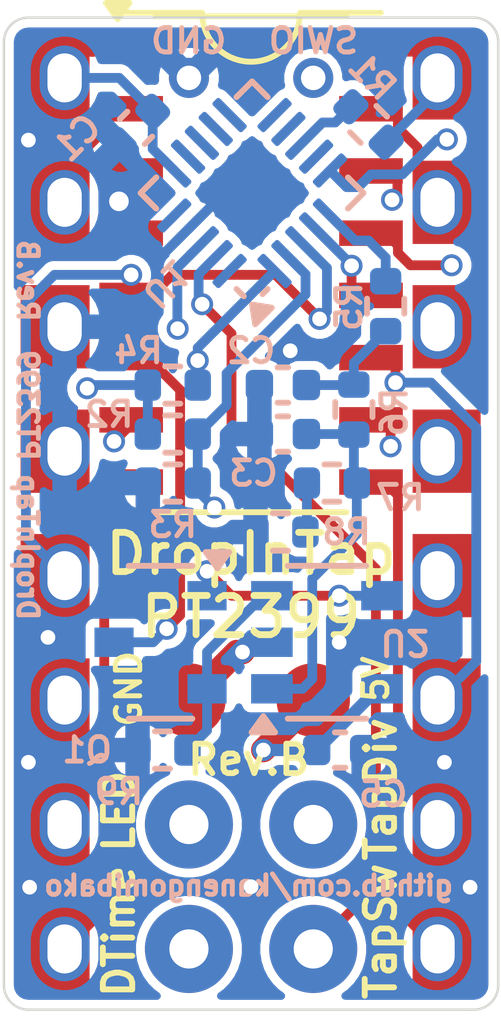
<source format=kicad_pcb>
(kicad_pcb (version 20241229) (generator "pcbnew") (generator_version "9.0")
  (layers (0 "F.Cu" signal) (4 "In1.Cu" signal) (6 "In2.Cu" signal) (2 "B.Cu" signal) (13 "F.Paste" user) (15 "B.Paste" user) (5 "F.SilkS" user "F.Silkscreen") (7 "B.SilkS" user "B.Silkscreen") (1 "F.Mask" user) (3 "B.Mask" user) (25 "Edge.Cuts" user))
  (net 0 "")
  (net 1 "GND")
  (net 2 "+5V")
  (net 3 "Net-(U2-+)")
  (net 4 "Net-(J5-Pin_1)")
  (net 5 "Net-(Q1-B)")
  (net 6 "Net-(Q1-E)")
  (net 7 "Net-(U1-PC6)")
  (net 11 "Net-(U1-PD1)")
  (net 13 "PT2399_12")
  (net 14 "Net-(J7-Pin_11)")
  (net 15 "Net-(J7-Pin_10)")
  (net 16 "Net-(J7-Pin_13)")
  (net 17 "Net-(J7-Pin_15)")
  (net 18 "PT2399_5")
  (net 19 "Net-(J7-Pin_7)")
  (net 20 "Net-(J7-Pin_9)")
  (net 21 "PT2399_16")
  (net 22 "Net-(J7-Pin_2)")
  (net 23 "PT2399_6")
  (net 24 "Net-(J7-Pin_8)")
  (net 26 "Net-(C2-Pad1)")
  (net 27 "Net-(R7-Pad2)")
  (net 28 "Net-(J1-Pin_1)")
  (net 29 "Net-(J2-Pin_1)")
  (net 30 "Net-(J6-Pin_1)")
  (net 33 "Net-(U1-PD2)")
  (net 38 "Net-(J7-Pin_14)")
  (footprint "myFoot:my_WirePad_0-8mmDrill" (layer "F.Cu") (at -1.27 5.08)
    (property "Reference" "J4" (hide yes))
    (property "Value" "GND" (at -1.23 -0.23 90) (layer "F.SilkS") (effects (font (size 0.5 0.5) (thickness 0.1))))
    (pad "1" smd circle (at 0 0) (size 1.5 1.5) (layers "F.Cu" "F.Mask" "F.Paste") (net 1 "GND"))
  )
  (footprint "myFoot:my_WirePad_0-8mmDrill" (layer "F.Cu") (at 1.27 10.16)
    (property "Reference" "J2" (hide yes))
    (property "Value" "TapSw" (at 1.38 -0.36 270) (layer "F.SilkS") (effects (font (size 0.6 0.6) (thickness 0.12) (bold yes))))
    (pad "1" thru_hole circle (at 0 0) (size 1.8 1.8) (drill 0.8) (layers "*.Cu" "*.Mask") (net 29 "Net-(J2-Pin_1)") (padstack (mode front_inner_back) (layer "Inner" (shape circle) (size 1.2 1.2)) (layer "B.Cu" (shape circle) (size 1.8 1.8))))
  )
  (footprint "myFoot:my_WirePad_0-8mmDrill" (layer "F.Cu") (at -1.27 10.16)
    (property "Reference" "J6" (hide yes))
    (property "Value" "DTime" (at -1.43 -0.36 270) (layer "F.SilkS") (effects (font (size 0.6 0.6) (thickness 0.12) (bold yes))))
    (pad "1" thru_hole circle (at 0 0) (size 1.8 1.8) (drill 0.8) (layers "*.Cu" "*.Mask") (net 30 "Net-(J6-Pin_1)") (padstack (mode front_inner_back) (layer "Inner" (shape circle) (size 1.2 1.2)) (layer "B.Cu" (shape circle) (size 1.8 1.8))))
  )
  (footprint "myFoot:my_WirePad_0-8mmDrill" (layer "F.Cu") (at 1.27 7.62)
    (property "Reference" "J5" (hide yes))
    (property "Value" "TapDiv" (at 1.38 -0.72 270) (layer "F.SilkS") (effects (font (size 0.6 0.6) (thickness 0.12) (bold yes))))
    (pad "1" thru_hole circle (at 0 0) (size 1.8 1.8) (drill 0.8) (layers "*.Cu" "*.Mask") (net 4 "Net-(J5-Pin_1)") (padstack (mode front_inner_back) (layer "Inner" (shape circle) (size 1.2 1.2)) (layer "B.Cu" (shape circle) (size 1.8 1.8))))
  )
  (footprint "myFoot:my_WirePad_0-8mmDrill" (layer "F.Cu") (at -1.27 7.62)
    (property "Reference" "J1" (hide yes))
    (property "Value" "LED" (at -1.43 -0.27 270) (layer "F.SilkS") (effects (font (size 0.6 0.6) (thickness 0.12) (bold yes))))
    (pad "1" thru_hole circle (at 0 0) (size 1.8 1.8) (drill 0.8) (layers "*.Cu" "*.Mask") (net 28 "Net-(J1-Pin_1)") (padstack (mode front_inner_back) (layer "Inner" (shape circle) (size 1.2 1.2)) (layer "B.Cu" (shape circle) (size 1.8 1.8))))
  )
  (footprint "myFoot:my_DIP-16_ex" (layer "F.Cu") (at -3.81 -7.62)
    (property "Reference" "J7" (hide yes))
    (property "Value" "PT2399_CONN" (hide yes))
    (fp_line (start 2.81 -1.33) (end 1.16 -1.33) (stroke (width 0.12)) (layer "F.SilkS"))
    (fp_line (start 6.46 -1.33) (end 4.81 -1.33) (stroke (width 0.12)) (layer "F.SilkS"))
    (fp_arc (start 4.81 -1.33) (mid 3.81 -0.33) (end 2.81 -1.33) (stroke (width 0.12)) (layer "F.SilkS"))
    (pad "1" smd rect (at -0.7 0) (size 0.4 1.7) (layers "F.Cu" "F.Mask" "F.Paste") (net 2 "+5V"))
    (pad "1" thru_hole rect (at 0 0) (size 1.02 1.7) (drill oval 0.7 1) (layers "*.Cu" "*.Mask") (net 2 "+5V") (padstack (mode front_inner_back) (layer "Inner" (shape oval) (size 1.02 1.32)) (layer "B.Cu" (shape oval) (size 1.02 1.32))))
    (pad "2" smd rect (at -0.7 2.54) (size 0.4 1.7) (layers "F.Cu" "F.Mask" "F.Paste") (net 22 "Net-(J7-Pin_2)"))
    (pad "2" thru_hole rect (at 0 2.54) (size 1.02 1.7) (drill oval 0.7 1) (layers "*.Cu" "*.Mask") (net 22 "Net-(J7-Pin_2)") (padstack (mode front_inner_back) (layer "Inner" (shape oval) (size 1.02 1.32)) (layer "B.Cu" (shape oval) (size 1.02 1.32))))
    (pad "3" smd rect (at -0.7 5.08) (size 0.4 1.7) (layers "F.Cu" "F.Mask" "F.Paste") (net 1 "GND"))
    (pad "3" thru_hole rect (at 0 5.08) (size 1.02 1.7) (drill oval 0.7 1) (layers "*.Cu" "*.Mask") (net 1 "GND") (padstack (mode front_inner_back) (layer "Inner" (shape oval) (size 1.02 1.32)) (layer "B.Cu" (shape oval) (size 1.02 1.32))))
    (pad "4" smd rect (at -0.7 7.62) (size 0.4 1.7) (layers "F.Cu" "F.Mask" "F.Paste") (net 1 "GND"))
    (pad "4" thru_hole rect (at 0 7.62) (size 1.02 1.7) (drill oval 0.7 1) (layers "*.Cu" "*.Mask") (net 1 "GND") (padstack (mode front_inner_back) (layer "Inner" (shape oval) (size 1.02 1.32)) (layer "B.Cu" (shape oval) (size 1.02 1.32))))
    (pad "5" smd rect (at -0.7 10.16) (size 0.4 1.7) (layers "F.Cu" "F.Mask" "F.Paste") (net 18 "PT2399_5"))
    (pad "5" thru_hole rect (at 0 10.16) (size 1.02 1.7) (drill oval 0.7 1) (layers "*.Cu" "*.Mask") (net 18 "PT2399_5") (padstack (mode front_inner_back) (layer "Inner" (shape oval) (size 1.02 1.32)) (layer "B.Cu" (shape oval) (size 1.02 1.32))))
    (pad "6" smd rect (at -0.7 12.7) (size 0.4 1.7) (layers "F.Cu" "F.Mask" "F.Paste"))
    (pad "6" thru_hole rect (at 0 12.7) (size 1.02 1.7) (drill oval 0.7 1) (layers "*.Cu" "*.Mask") (padstack (mode front_inner_back) (layer "Inner" (shape oval) (size 1.02 1.32)) (layer "B.Cu" (shape oval) (size 1.02 1.32))))
    (pad "7" smd rect (at -0.7 15.24) (size 0.4 1.7) (layers "F.Cu" "F.Mask" "F.Paste") (net 19 "Net-(J7-Pin_7)"))
    (pad "7" thru_hole rect (at 0 15.24) (size 1.02 1.7) (drill oval 0.7 1) (layers "*.Cu" "*.Mask") (net 19 "Net-(J7-Pin_7)") (padstack (mode front_inner_back) (layer "Inner" (shape oval) (size 1.02 1.32)) (layer "B.Cu" (shape oval) (size 1.02 1.32))))
    (pad "8" smd rect (at -0.7 17.78) (size 0.4 1.7) (layers "F.Cu" "F.Mask" "F.Paste") (net 24 "Net-(J7-Pin_8)"))
    (pad "8" thru_hole rect (at 0 17.78) (size 1.02 1.7) (drill oval 0.7 1) (layers "*.Cu" "*.Mask") (net 24 "Net-(J7-Pin_8)") (padstack (mode front_inner_back) (layer "Inner" (shape oval) (size 1.02 1.32)) (layer "B.Cu" (shape oval) (size 1.02 1.32))))
    (pad "9" thru_hole rect (at 7.62 17.78) (size 1.02 1.7) (drill oval 0.7 1) (layers "*.Cu" "*.Mask") (net 20 "Net-(J7-Pin_9)") (padstack (mode front_inner_back) (layer "Inner" (shape oval) (size 1.02 1.32)) (layer "B.Cu" (shape oval) (size 1.02 1.32))))
    (pad "9" smd rect (at 8.3 17.78) (size 0.4 1.7) (layers "F.Cu" "F.Mask" "F.Paste") (net 20 "Net-(J7-Pin_9)"))
    (pad "10" thru_hole rect (at 7.62 15.24) (size 1.02 1.7) (drill oval 0.7 1) (layers "*.Cu" "*.Mask") (net 15 "Net-(J7-Pin_10)") (padstack (mode front_inner_back) (layer "Inner" (shape oval) (size 1.02 1.32)) (layer "B.Cu" (shape oval) (size 1.02 1.32))))
    (pad "10" smd rect (at 8.3 15.24) (size 0.4 1.7) (layers "F.Cu" "F.Mask" "F.Paste") (net 15 "Net-(J7-Pin_10)"))
    (pad "11" thru_hole rect (at 7.62 12.7) (size 1.02 1.7) (drill oval 0.7 1) (layers "*.Cu" "*.Mask") (net 14 "Net-(J7-Pin_11)") (padstack (mode front_inner_back) (layer "Inner" (shape oval) (size 1.02 1.32)) (layer "B.Cu" (shape oval) (size 1.02 1.32))))
    (pad "11" smd rect (at 8.3 12.7) (size 0.4 1.7) (layers "F.Cu" "F.Mask" "F.Paste") (net 14 "Net-(J7-Pin_11)"))
    (pad "12" thru_hole rect (at 7.62 10.16) (size 1.02 1.7) (drill oval 0.7 1) (layers "*.Cu" "*.Mask") (net 13 "PT2399_12") (padstack (mode front_inner_back) (layer "Inner" (shape oval) (size 1.02 1.32)) (layer "B.Cu" (shape oval) (size 1.02 1.32))))
    (pad "12" smd rect (at 8.3 10.16) (size 0.4 1.7) (layers "F.Cu" "F.Mask" "F.Paste") (net 13 "PT2399_12"))
    (pad "13" thru_hole rect (at 7.62 7.62) (size 1.02 1.7) (drill oval 0.7 1) (layers "*.Cu" "*.Mask") (net 16 "Net-(J7-Pin_13)") (padstack (mode front_inner_back) (layer "Inner" (shape oval) (size 1.02 1.32)) (layer "B.Cu" (shape oval) (size 1.02 1.32))))
    (pad "13" smd rect (at 8.3 7.62) (size 0.4 1.7) (layers "F.Cu" "F.Mask" "F.Paste") (net 16 "Net-(J7-Pin_13)"))
    (pad "14" thru_hole rect (at 7.62 5.08) (size 1.02 1.7) (drill oval 0.7 1) (layers "*.Cu" "*.Mask") (net 38 "Net-(J7-Pin_14)") (padstack (mode front_inner_back) (layer "Inner" (shape oval) (size 1.02 1.32)) (layer "B.Cu" (shape oval) (size 1.02 1.32))))
    (pad "14" smd rect (at 8.3 5.08) (size 0.4 1.7) (layers "F.Cu" "F.Mask" "F.Paste") (net 38 "Net-(J7-Pin_14)"))
    (pad "15" thru_hole rect (at 7.62 2.54) (size 1.02 1.7) (drill oval 0.7 1) (layers "*.Cu" "*.Mask") (net 17 "Net-(J7-Pin_15)") (padstack (mode front_inner_back) (layer "Inner" (shape oval) (size 1.02 1.32)) (layer "B.Cu" (shape oval) (size 1.02 1.32))))
    (pad "15" smd rect (at 8.3 2.54) (size 0.4 1.7) (layers "F.Cu" "F.Mask" "F.Paste") (net 17 "Net-(J7-Pin_15)"))
    (pad "16" thru_hole rect (at 7.62 0) (size 1.02 1.7) (drill oval 0.7 1) (layers "*.Cu" "*.Mask") (net 21 "PT2399_16") (padstack (mode front_inner_back) (layer "Inner" (shape oval) (size 1.02 1.32)) (layer "B.Cu" (shape oval) (size 1.02 1.32))))
    (pad "16" smd rect (at 8.3 0) (size 0.4 1.7) (layers "F.Cu" "F.Mask" "F.Paste") (net 21 "PT2399_16"))
  )
  (footprint "myFoot:my_SOP-16_SmallPad" (layer "F.Cu") (at 0.05 -3.815)
    (property "Reference" "U3" (hide yes))
    (property "Value" "PT2399" (hide yes))
    (fp_line (start -0.05 -5.06) (end -2 -5.06) (stroke (width 0.12)) (layer "F.SilkS"))
    (fp_line (start -0.05 -5.06) (end 1.9 -5.06) (stroke (width 0.12)) (layer "F.SilkS"))
    (fp_line (start -0.05 5.06) (end -2 5.06) (stroke (width 0.12)) (layer "F.SilkS"))
    (fp_line (start -0.05 5.06) (end 1.9 5.06) (stroke (width 0.12)) (layer "F.SilkS"))
    (fp_poly (pts (xy -2.775 -5.005) (xy -3.015 -5.335) (xy -2.535 -5.335) (xy -2.775 -5.005)) (stroke (width 0.12)) (fill yes) (layer "F.SilkS"))
    (pad "1" smd rect (at -2.5 -4.445) (size 1.3 0.52) (layers "F.Cu" "F.Mask" "F.Paste") (net 2 "+5V"))
    (pad "2" smd rect (at -2.5 -3.175) (size 1.3 0.52) (layers "F.Cu" "F.Mask" "F.Paste") (net 22 "Net-(J7-Pin_2)"))
    (pad "3" smd rect (at -2.5 -1.905) (size 1.3 0.52) (layers "F.Cu" "F.Mask" "F.Paste") (net 1 "GND"))
    (pad "4" smd rect (at -2.5 -0.635) (size 1.3 0.52) (layers "F.Cu" "F.Mask" "F.Paste") (net 1 "GND"))
    (pad "5" smd rect (at -2.5 0.635) (size 1.3 0.52) (layers "F.Cu" "F.Mask" "F.Paste") (net 18 "PT2399_5"))
    (pad "6" smd rect (at -2.5 1.905) (size 1.3 0.52) (layers "F.Cu" "F.Mask" "F.Paste") (net 23 "PT2399_6"))
    (pad "7" smd rect (at -2.5 3.175) (size 1.3 0.52) (layers "F.Cu" "F.Mask" "F.Paste") (net 19 "Net-(J7-Pin_7)"))
    (pad "8" smd rect (at -2.5 4.445) (size 1.3 0.52) (layers "F.Cu" "F.Mask" "F.Paste") (net 24 "Net-(J7-Pin_8)"))
    (pad "9" smd rect (at 2.4 4.445) (size 1.3 0.52) (layers "F.Cu" "F.Mask" "F.Paste") (net 20 "Net-(J7-Pin_9)"))
    (pad "10" smd rect (at 2.4 3.175) (size 1.3 0.52) (layers "F.Cu" "F.Mask" "F.Paste") (net 15 "Net-(J7-Pin_10)"))
    (pad "11" smd rect (at 2.4 1.905) (size 1.3 0.52) (layers "F.Cu" "F.Mask" "F.Paste") (net 14 "Net-(J7-Pin_11)"))
    (pad "12" smd rect (at 2.4 0.635) (size 1.3 0.52) (layers "F.Cu" "F.Mask" "F.Paste") (net 13 "PT2399_12"))
    (pad "13" smd rect (at 2.4 -0.635) (size 1.3 0.52) (layers "F.Cu" "F.Mask" "F.Paste") (net 16 "Net-(J7-Pin_13)"))
    (pad "14" smd rect (at 2.4 -1.905) (size 1.3 0.52) (layers "F.Cu" "F.Mask" "F.Paste") (net 38 "Net-(J7-Pin_14)"))
    (pad "15" smd rect (at 2.4 -3.175) (size 1.3 0.52) (layers "F.Cu" "F.Mask" "F.Paste") (net 17 "Net-(J7-Pin_15)"))
    (pad "16" smd rect (at 2.4 -4.445) (size 1.3 0.52) (layers "F.Cu" "F.Mask" "F.Paste") (net 21 "PT2399_16"))
  )
  (footprint "myFoot:my_WirePad_0-8mmDrill" (layer "F.Cu") (at 1.27 5.08)
    (property "Reference" "J3" (hide yes))
    (property "Value" "5V" (at 1.28 -0.43 90) (layer "F.SilkS") (effects (font (size 0.5 0.5) (thickness 0.1))))
    (pad "1" smd circle (at 0 0) (size 1.5 1.5) (layers "F.Cu" "F.Mask" "F.Paste") (net 2 "+5V"))
  )
  (footprint "Resistor_SMD:R_0402_1005Metric" (layer "B.Cu") (at -1.6 0.65 180)
    (property "Reference" "R3" (at 0 -0.85 0) (layer "B.SilkS") (effects (font (size 0.5 0.5) (thickness 0.1)) (justify mirror)))
    (property "Value" "10k")
    (fp_line (start -0.153641 0.38) (end 0.153641 0.38) (stroke (width 0.12)) (layer "B.SilkS"))
    (fp_line (start -0.153641 -0.38) (end 0.153641 -0.38) (stroke (width 0.12)) (layer "B.SilkS"))
    (pad "1" smd roundrect (at -0.51 0 180) (size 0.54 0.64) (layers "B.Cu" "B.Mask" "B.Paste") (net 4 "Net-(J5-Pin_1)"))
    (pad "2" smd roundrect (at 0.51 0 180) (size 0.54 0.64) (layers "B.Cu" "B.Mask" "B.Paste") (net 1 "GND"))
  )
  (footprint "Resistor_SMD:R_0402_1005Metric" (layer "B.Cu") (at -1.6 -1.35 180)
    (property "Reference" "R4" (at 0.7 0.7 180) (layer "B.SilkS") (effects (font (size 0.5 0.5) (thickness 0.1)) (justify mirror)))
    (property "Value" "47k")
    (fp_line (start -0.153641 0.38) (end 0.153641 0.38) (stroke (width 0.12)) (layer "B.SilkS"))
    (fp_line (start -0.153641 -0.38) (end 0.153641 -0.38) (stroke (width 0.12)) (layer "B.SilkS"))
    (pad "1" smd roundrect (at -0.51 0 180) (size 0.54 0.64) (layers "B.Cu" "B.Mask" "B.Paste") (net 30 "Net-(J6-Pin_1)"))
    (pad "2" smd roundrect (at 0.51 0 180) (size 0.54 0.64) (layers "B.Cu" "B.Mask" "B.Paste") (net 2 "+5V"))
  )
  (footprint "Resistor_SMD:R_0402_1005Metric" (layer "B.Cu") (at 1.65 0.65 180)
    (property "Reference" "R7" (at -1.4 -0.3 0) (layer "B.SilkS") (effects (font (size 0.5 0.5) (thickness 0.1) (bold yes)) (justify mirror)))
    (property "Value" "33k")
    (fp_line (start -0.153641 0.38) (end 0.153641 0.38) (stroke (width 0.12)) (layer "B.SilkS"))
    (fp_line (start -0.153641 -0.38) (end 0.153641 -0.38) (stroke (width 0.12)) (layer "B.SilkS"))
    (pad "1" smd roundrect (at -0.51 0 180) (size 0.54 0.64) (layers "B.Cu" "B.Mask" "B.Paste") (net 3 "Net-(U2-+)"))
    (pad "2" smd roundrect (at 0.51 0 180) (size 0.54 0.64) (layers "B.Cu" "B.Mask" "B.Paste") (net 27 "Net-(R7-Pad2)"))
  )
  (footprint "Resistor_SMD:R_0402_1005Metric" (layer "B.Cu") (at 2.75 -2.96 -90)
    (property "Reference" "R5" (at 0.01 0.75 90) (layer "B.SilkS") (effects (font (size 0.5 0.5) (thickness 0.1)) (justify mirror)))
    (property "Value" "33k")
    (fp_line (start -0.153641 0.38) (end 0.153641 0.38) (stroke (width 0.12)) (layer "B.SilkS"))
    (fp_line (start -0.153641 -0.38) (end 0.153641 -0.38) (stroke (width 0.12)) (layer "B.SilkS"))
    (pad "1" smd roundrect (at -0.51 0 270) (size 0.54 0.64) (layers "B.Cu" "B.Mask" "B.Paste") (net 33 "Net-(U1-PD2)"))
    (pad "2" smd roundrect (at 0.51 0 270) (size 0.54 0.64) (layers "B.Cu" "B.Mask" "B.Paste") (net 26 "Net-(C2-Pad1)"))
  )
  (footprint "Capacitor_SMD:C_0402_1005Metric" (layer "B.Cu") (at -2.35 -6.6 -135)
    (property "Reference" "C1" (at 0.989949 0.707107 45) (layer "B.SilkS") (effects (font (size 0.5 0.5) (thickness 0.1)) (justify mirror)))
    (property "Value" "100n")
    (fp_line (start -0.107836 0.36) (end 0.107836 0.36) (stroke (width 0.12)) (layer "B.SilkS"))
    (fp_line (start -0.107836 -0.36) (end 0.107836 -0.36) (stroke (width 0.12)) (layer "B.SilkS"))
    (pad "1" smd roundrect (at -0.48 0 225) (size 0.56 0.62) (layers "B.Cu" "B.Mask" "B.Paste") (net 2 "+5V"))
    (pad "2" smd roundrect (at 0.48 0 225) (size 0.56 0.62) (layers "B.Cu" "B.Mask" "B.Paste") (net 1 "GND"))
  )
  (footprint "Resistor_SMD:R_0402_1005Metric" (layer "B.Cu") (at -1.6 -0.35)
    (property "Reference" "R2" (at -1.3 -0.4 0) (layer "B.SilkS") (effects (font (size 0.5 0.5) (thickness 0.1)) (justify mirror)))
    (property "Value" "10k")
    (fp_line (start -0.153641 -0.38) (end 0.153641 -0.38) (stroke (width 0.12)) (layer "B.SilkS"))
    (fp_line (start -0.153641 0.38) (end 0.153641 0.38) (stroke (width 0.12)) (layer "B.SilkS"))
    (pad "1" smd roundrect (at -0.51 0) (size 0.54 0.64) (layers "B.Cu" "B.Mask" "B.Paste") (net 2 "+5V"))
    (pad "2" smd roundrect (at 0.51 0) (size 0.54 0.64) (layers "B.Cu" "B.Mask" "B.Paste") (net 4 "Net-(J5-Pin_1)"))
  )
  (footprint "myFoot:SOT-23_rotate" (layer "B.Cu") (at -1.85 3.9 180)
    (property "Reference" "Q1" (at 1.5 -2.2 0) (layer "B.SilkS") (effects (font (size 0.5 0.5) (thickness 0.1)) (justify mirror)))
    (property "Value" "MMBT3904")
    (fp_line (start 0 1.56) (end 0.65 1.56) (stroke (width 0.12)) (layer "B.SilkS"))
    (fp_line (start 0 1.56) (end -0.65 1.56) (stroke (width 0.12)) (layer "B.SilkS"))
    (fp_line (start 0 -1.56) (end 0.65 -1.56) (stroke (width 0.12)) (layer "B.SilkS"))
    (fp_line (start 0 -1.56) (end -0.65 -1.56) (stroke (width 0.12)) (layer "B.SilkS"))
    (fp_poly (pts (xy -1.1625 1.51) (xy -1.4025 1.84) (xy -0.9225 1.84) (xy -1.1625 1.51)) (stroke (width 0.12)) (fill yes) (layer "B.SilkS"))
    (pad "1" smd rect (at -0.95 0.95 180) (size 0.8 0.6) (layers "B.Cu" "B.Mask" "B.Paste") (net 5 "Net-(Q1-B)"))
    (pad "2" smd rect (at -0.95 -0.95 180) (size 0.8 0.6) (layers "B.Cu" "B.Mask" "B.Paste") (net 6 "Net-(Q1-E)"))
    (pad "3" smd rect (at 0.95 0 180) (size 0.8 0.6) (layers "B.Cu" "B.Mask" "B.Paste") (net 23 "PT2399_6"))
  )
  (footprint "myFoot:my_WirePad_0-8mmDrill" (layer "B.Cu") (at -1.27 -7.62)
    (property "Reference" "J99" (hide yes))
    (property "Value" "GND" (at -0.005 -0.755 0) (layer "B.SilkS") (effects (font (size 0.5 0.5) (thickness 0.1)) (justify mirror)))
    (pad "1" thru_hole circle (at 0 0) (size 0.82 0.82) (drill 0.5) (layers "*.Cu" "*.Mask") (net 1 "GND"))
  )
  (footprint "Capacitor_SMD:C_0402_1005Metric" (layer "B.Cu") (at 1.82 6.1)
    (property "Reference" "C5" (at 0.88 0.9 0) (layer "B.SilkS") (effects (font (size 0.5 0.5) (thickness 0.1)) (justify mirror)))
    (property "Value" "100n")
    (fp_line (start -0.107836 -0.36) (end 0.107836 -0.36) (stroke (width 0.12)) (layer "B.SilkS"))
    (fp_line (start -0.107836 0.36) (end 0.107836 0.36) (stroke (width 0.12)) (layer "B.SilkS"))
    (pad "1" smd roundrect (at -0.48 0) (size 0.56 0.62) (layers "B.Cu" "B.Mask" "B.Paste") (net 2 "+5V"))
    (pad "2" smd roundrect (at 0.48 0) (size 0.56 0.62) (layers "B.Cu" "B.Mask" "B.Paste") (net 1 "GND"))
  )
  (footprint "Capacitor_SMD:C_0402_1005Metric" (layer "B.Cu") (at 0.65 -0.35 180)
    (property "Reference" "C3" (at 0.6 -0.8 180) (layer "B.SilkS") (effects (font (size 0.5 0.5) (thickness 0.1)) (justify mirror)))
    (property "Value" "100n")
    (fp_line (start -0.107836 0.36) (end 0.107836 0.36) (stroke (width 0.12)) (layer "B.SilkS"))
    (fp_line (start -0.107836 -0.36) (end 0.107836 -0.36) (stroke (width 0.12)) (layer "B.SilkS"))
    (pad "1" smd roundrect (at -0.48 0 180) (size 0.56 0.62) (layers "B.Cu" "B.Mask" "B.Paste") (net 3 "Net-(U2-+)"))
    (pad "2" smd roundrect (at 0.48 0 180) (size 0.56 0.62) (layers "B.Cu" "B.Mask" "B.Paste") (net 1 "GND"))
  )
  (footprint "Resistor_SMD:R_0402_1005Metric" (layer "B.Cu") (at 2.4 -6.67 135)
    (property "Reference" "R1" (at 0.636396 0.742462 135) (layer "B.SilkS") (effects (font (size 0.5 0.5) (thickness 0.1)) (justify mirror)))
    (property "Value" "10k")
    (fp_line (start -0.153641 -0.38) (end 0.153641 -0.38) (stroke (width 0.12)) (layer "B.SilkS"))
    (fp_line (start -0.153641 0.38) (end 0.153641 0.38) (stroke (width 0.12)) (layer "B.SilkS"))
    (pad "1" smd roundrect (at -0.509999 0 135) (size 0.54 0.64) (layers "B.Cu" "B.Mask" "B.Paste") (net 21 "PT2399_16"))
    (pad "2" smd roundrect (at 0.509999 0 135) (size 0.54 0.64) (layers "B.Cu" "B.Mask" "B.Paste") (net 7 "Net-(U1-PC6)"))
  )
  (footprint "Resistor_SMD:R_0402_1005Metric" (layer "B.Cu") (at 0.6 1.65 180)
    (property "Reference" "R8" (at -1.35 0 0) (layer "B.SilkS") (effects (font (size 0.5 0.5) (thickness 0.1)) (justify mirror)))
    (property "Value" "33k")
    (fp_line (start -0.153641 0.38) (end 0.153641 0.38) (stroke (width 0.12)) (layer "B.SilkS"))
    (fp_line (start -0.153641 -0.38) (end 0.153641 -0.38) (stroke (width 0.12)) (layer "B.SilkS"))
    (pad "1" smd roundrect (at -0.51 0 180) (size 0.54 0.64) (layers "B.Cu" "B.Mask" "B.Paste") (net 27 "Net-(R7-Pad2)"))
    (pad "2" smd roundrect (at 0.51 0 180) (size 0.54 0.64) (layers "B.Cu" "B.Mask" "B.Paste") (net 1 "GND"))
  )
  (footprint "Capacitor_SMD:C_0402_1005Metric" (layer "B.Cu") (at 0.65 -1.35 180)
    (property "Reference" "C2" (at 0.65 0.7 180) (layer "B.SilkS") (effects (font (size 0.5 0.5) (thickness 0.1)) (justify mirror)))
    (property "Value" "100n")
    (fp_line (start -0.107836 0.36) (end 0.107836 0.36) (stroke (width 0.12)) (layer "B.SilkS"))
    (fp_line (start -0.107836 -0.36) (end 0.107836 -0.36) (stroke (width 0.12)) (layer "B.SilkS"))
    (pad "1" smd roundrect (at -0.48 0 180) (size 0.56 0.62) (layers "B.Cu" "B.Mask" "B.Paste") (net 26 "Net-(C2-Pad1)"))
    (pad "2" smd roundrect (at 0.48 0 180) (size 0.56 0.62) (layers "B.Cu" "B.Mask" "B.Paste") (net 1 "GND"))
  )
  (footprint "Resistor_SMD:R_0402_1005Metric" (layer "B.Cu") (at 2.1 -0.85 -90)
    (property "Reference" "R6" (at 0.05 -0.825 90) (layer "B.SilkS") (effects (font (size 0.5 0.5) (thickness 0.1)) (justify mirror)))
    (property "Value" "33k")
    (fp_line (start -0.153641 0.38) (end 0.153641 0.38) (stroke (width 0.12)) (layer "B.SilkS"))
    (fp_line (start -0.153641 -0.38) (end 0.153641 -0.38) (stroke (width 0.12)) (layer "B.SilkS"))
    (pad "1" smd roundrect (at -0.51 0 270) (size 0.54 0.64) (layers "B.Cu" "B.Mask" "B.Paste") (net 26 "Net-(C2-Pad1)"))
    (pad "2" smd roundrect (at 0.51 0 270) (size 0.54 0.64) (layers "B.Cu" "B.Mask" "B.Paste") (net 3 "Net-(U2-+)"))
  )
  (footprint "myFoot:QFN-20-1EP_3x3mm_rotate" (layer "B.Cu") (at 0.020381 -5.270172 135)
    (property "Reference" "U1" (at -0.070563 -2.538904 225) (layer "B.SilkS") (effects (font (size 0.5 0.5) (thickness 0.1) (bold yes)) (justify mirror)))
    (property "Value" "CH32V003F4U6")
    (fp_line (start 1.61 -1.61) (end 1.16 -1.61) (stroke (width 0.12)) (layer "B.SilkS"))
    (fp_line (start 1.61 -1.16) (end 1.61 -1.61) (stroke (width 0.12)) (layer "B.SilkS"))
    (fp_line (start 1.61 1.16) (end 1.61 1.61) (stroke (width 0.12)) (layer "B.SilkS"))
    (fp_line (start -1.16 -1.61) (end -1.37 -1.61) (stroke (width 0.12)) (layer "B.SilkS"))
    (fp_line (start 1.61 1.61) (end 1.16 1.61) (stroke (width 0.12)) (layer "B.SilkS"))
    (fp_line (start -1.61 -1.16) (end -1.61 -1.31) (stroke (width 0.12)) (layer "B.SilkS"))
    (fp_line (start -1.61 1.16) (end -1.61 1.61) (stroke (width 0.12)) (layer "B.SilkS"))
    (fp_line (start -1.61 1.61) (end -1.16 1.61) (stroke (width 0.12)) (layer "B.SilkS"))
    (fp_poly (pts (xy -1.61 -1.61) (xy -1.94 -1.85) (xy -1.94 -1.37)) (stroke (width 0.12)) (fill yes) (layer "B.SilkS"))
    (pad "1" smd roundrect (at -0.8 -1.45 45) (size 0.85 0.2) (layers "B.Cu" "B.Mask" "B.Paste"))
    (pad "2" smd roundrect (at -0.4 -1.45 45) (size 0.85 0.2) (layers "B.Cu" "B.Mask" "B.Paste") (net 29 "Net-(J2-Pin_1)"))
    (pad "3" smd roundrect (at 0 -1.45 45) (size 0.85 0.2) (layers "B.Cu" "B.Mask" "B.Paste") (net 28 "Net-(J1-Pin_1)"))
    (pad "4" smd roundrect (at 0.4 -1.45 45) (size 0.85 0.2) (layers "B.Cu" "B.Mask" "B.Paste") (net 1 "GND"))
    (pad "5" smd roundrect (at 0.8 -1.45 45) (size 0.85 0.2) (layers "B.Cu" "B.Mask" "B.Paste"))
    (pad "6" smd roundrect (at 1.45 -0.8 45) (size 0.2 0.85) (layers "B.Cu" "B.Mask" "B.Paste") (net 2 "+5V"))
    (pad "7" smd roundrect (at 1.45 -0.4 45) (size 0.2 0.85) (layers "B.Cu" "B.Mask" "B.Paste"))
    (pad "8" smd roundrect (at 1.45 0 45) (size 0.2 0.85) (layers "B.Cu" "B.Mask" "B.Paste"))
    (pad "9" smd roundrect (at 1.45 0.4 45) (size 0.2 0.85) (layers "B.Cu" "B.Mask" "B.Paste"))
    (pad "10" smd roundrect (at 1.45 0.8 45) (size 0.2 0.85) (layers "B.Cu" "B.Mask" "B.Paste"))
    (pad "11" smd roundrect (at 0.8 1.45 45) (size 0.85 0.2) (layers "B.Cu" "B.Mask" "B.Paste"))
    (pad "12" smd roundrect (at 0.4 1.45 45) (size 0.85 0.2) (layers "B.Cu" "B.Mask" "B.Paste"))
    (pad "13" smd roundrect (at 0 1.45 45) (size 0.85 0.2) (layers "B.Cu" "B.Mask" "B.Paste") (net 7 "Net-(U1-PC6)"))
    (pad "14" smd roundrect (at -0.4 1.45 45) (size 0.85 0.2) (layers "B.Cu" "B.Mask" "B.Paste"))
    (pad "15" smd roundrect (at -0.8 1.45 45) (size 0.85 0.2) (layers "B.Cu" "B.Mask" "B.Paste") (net 11 "Net-(U1-PD1)"))
    (pad "16" smd roundrect (at -1.45 0.8 45) (size 0.2 0.85) (layers "B.Cu" "B.Mask" "B.Paste") (net 33 "Net-(U1-PD2)"))
    (pad "17" smd roundrect (at -1.45 0.4 45) (size 0.2 0.85) (layers "B.Cu" "B.Mask" "B.Paste") (net 13 "PT2399_12"))
    (pad "18" smd roundrect (at -1.45 0 45) (size 0.2 0.85) (layers "B.Cu" "B.Mask" "B.Paste") (net 18 "PT2399_5"))
    (pad "19" smd roundrect (at -1.45 -0.4 45) (size 0.2 0.85) (layers "B.Cu" "B.Mask" "B.Paste") (net 4 "Net-(J5-Pin_1)"))
    (pad "20" smd roundrect (at -1.45 -0.8 45) (size 0.2 0.85) (layers "B.Cu" "B.Mask" "B.Paste") (net 30 "Net-(J6-Pin_1)"))
    (pad "21" smd rect (at 0 0 45) (size 1.65 1.65) (property pad_prop_heatsink) (layers "B.Cu" "B.Mask") (net 1 "GND"))
  )
  (footprint "myFoot:my_SOT-23-5_rotate" (layer "B.Cu") (at 1.55 3.9 180)
    (property "Reference" "U2" (at -1.6 0 180) (layer "B.SilkS") (effects (font (size 0.5 0.5) (thickness 0.1)) (justify mirror)))
    (property "Value" "LMV321")
    (fp_line (start 0 1.56) (end 0.8 1.56) (stroke (width 0.12)) (layer "B.SilkS"))
    (fp_line (start 0 1.56) (end -0.8 1.56) (stroke (width 0.12)) (layer "B.SilkS"))
    (fp_line (start 0 -1.56) (end 0.8 -1.56) (stroke (width 0.12)) (layer "B.SilkS"))
    (fp_line (start 0 -1.56) (end -0.8 -1.56) (stroke (width 0.12)) (layer "B.SilkS"))
    (fp_poly (pts (xy 1.3 -1.51) (xy 1.54 -1.84) (xy 1.06 -1.84) (xy 1.3 -1.51)) (stroke (width 0.12)) (fill yes) (layer "B.SilkS"))
    (pad "1" smd rect (at 1.125 -0.95) (size 0.85 0.6) (layers "B.Cu" "B.Mask" "B.Paste") (net 3 "Net-(U2-+)"))
    (pad "2" smd rect (at 1.125 0) (size 0.85 0.6) (layers "B.Cu" "B.Mask" "B.Paste") (net 1 "GND"))
    (pad "3" smd rect (at 1.125 0.95) (size 0.85 0.6) (layers "B.Cu" "B.Mask" "B.Paste") (net 6 "Net-(Q1-E)"))
    (pad "4" smd rect (at -1.125 0.95) (size 0.85 0.6) (layers "B.Cu" "B.Mask" "B.Paste") (net 5 "Net-(Q1-B)"))
    (pad "5" smd rect (at -1.125 -0.95) (size 0.85 0.6) (layers "B.Cu" "B.Mask" "B.Paste") (net 2 "+5V"))
  )
  (footprint "Resistor_SMD:R_0402_1005Metric" (layer "B.Cu") (at -1.81 6.1)
    (property "Reference" "R9" (at -0.89 0.85 180) (layer "B.SilkS") (effects (font (size 0.5 0.5) (thickness 0.1)) (justify mirror)))
    (property "Value" "1.5k")
    (fp_line (start -0.153641 -0.38) (end 0.153641 -0.38) (stroke (width 0.12)) (layer "B.SilkS"))
    (fp_line (start -0.153641 0.38) (end 0.153641 0.38) (stroke (width 0.12)) (layer "B.SilkS"))
    (pad "1" smd roundrect (at -0.51 0) (size 0.54 0.64) (layers "B.Cu" "B.Mask" "B.Paste") (net 1 "GND"))
    (pad "2" smd roundrect (at 0.51 0) (size 0.54 0.64) (layers "B.Cu" "B.Mask" "B.Paste") (net 6 "Net-(Q1-E)"))
  )
  (footprint "myFoot:my_WirePad_1mmDrill" (layer "B.Cu") (at 1.27 -7.62)
    (property "Reference" "TP1" (hide yes))
    (property "Value" "SWIO" (at 0.005 -0.755 180) (layer "B.SilkS") (effects (font (size 0.5 0.5) (thickness 0.1)) (justify mirror)))
    (pad "1" thru_hole circle (at 0 0) (size 0.82 0.82) (drill 0.5) (layers "*.Cu" "*.Mask") (net 11 "Net-(U1-PD1)"))
  )
  (gr_line (start -4.55 -8.85) (end 4.55 -8.85) (stroke (width 0.05)) (layer "Edge.Cuts"))
  (gr_line (start 5.05 -8.35) (end 5.05 10.9) (stroke (width 0.05)) (layer "Edge.Cuts"))
  (gr_line (start 4.55 11.4) (end -4.55 11.4) (stroke (width 0.05)) (layer "Edge.Cuts"))
  (gr_line (start -5.05 10.9) (end -5.05 -8.35) (stroke (width 0.05)) (layer "Edge.Cuts"))
  (gr_arc (start -4.55 11.4) (mid -4.903553 11.253553) (end -5.05 10.9) (stroke (width 0.05)) (layer "Edge.Cuts"))
  (gr_arc (start 4.55 -8.85) (mid 4.903553 -8.703553) (end 5.05 -8.35) (stroke (width 0.05)) (layer "Edge.Cuts"))
  (gr_arc (start -5.05 -8.35) (mid -4.903553 -8.703553) (end -4.55 -8.85) (stroke (width 0.05)) (layer "Edge.Cuts"))
  (gr_arc (start 5.05 10.9) (mid 4.903553 11.253553) (end 4.55 11.4) (stroke (width 0.05)) (layer "Edge.Cuts"))
  (gr_text "Rev.B" (at -0.05 6.65 0) (layer "F.SilkS") (effects (font (size 0.6 0.6) (thickness 0.12) (bold yes)) (justify bottom)))
  (gr_text "DropInTap\nPT2399" (at 0 3.85 0) (layer "F.SilkS") (effects (font (size 0.8 0.8) (thickness 0.14) (bold yes)) (justify bottom)))
  (gr_text "github.com/kanengomibako" (at -0.05 9.1 0) (layer "B.SilkS") (effects (font (size 0.4 0.4) (thickness 0.1) (bold yes)) (justify bottom mirror)))
  (gr_text "DropInTap PT2399  Rev.B" (at -4.8 3.5 270) (layer "B.SilkS") (effects (font (size 0.4 0.4) (thickness 0.1) (bold yes)) (justify left bottom mirror)))
  (segment (start -2.7 -4.695) (end -2.45 -4.445) (width 0.5) (layer "F.Cu") (net 1))
  (segment (start -2.7 -5.1) (end -2.7 -4.695) (width 0.5) (layer "F.Cu") (net 1))
  (segment (start -0.29 4.1) (end -1.27 5.08) (width 0.5) (layer "F.Cu") (net 1))
  (segment (start -0.175 4.1) (end -0.29 4.1) (width 0.5) (layer "F.Cu") (net 1))
  (segment (start -2.7 -5.1) (end -2.7 -5.465) (width 0.5) (layer "F.Cu") (net 1))
  (segment (start -2.7 -5.465) (end -2.45 -5.715) (width 0.5) (layer "F.Cu") (net 1))
  (via (at -4.525 8.9) (size 0.45) (drill 0.3) (layers "F.Cu" "B.Cu") (net 1))
  (via (at -0.175 4.1) (size 0.45) (drill 0.3) (layers "F.Cu" "B.Cu") (net 1))
  (via (at -2.7 -5.1) (size 0.8) (drill 0.4) (layers "F.Cu" "B.Cu") (net 1))
  (via (at -4.55 -6.35) (size 0.45) (drill 0.3) (layers "F.Cu" "B.Cu") (net 1))
  (via (at 4.475 8.9) (size 0.45) (drill 0.3) (layers "F.Cu" "B.Cu") (net 1))
  (via (at 3.95 6.35) (size 0.45) (drill 0.3) (layers "F.Cu" "B.Cu") (net 1))
  (via (at -4.55 6.35) (size 0.45) (drill 0.3) (layers "F.Cu" "B.Cu") (net 1))
  (via (at 0 8.89) (size 0.45) (drill 0.3) (layers "F.Cu" "B.Cu") (net 1))
  (via (at -4.15 3.8) (size 0.45) (drill 0.3) (layers "F.Cu" "B.Cu") (net 1))
  (via (at 0.8 -2.05) (size 0.45) (drill 0.3) (layers "F.Cu" "B.Cu") (net 1))
  (via (at 1.8 3.9) (size 0.45) (drill 0.3) (layers "F.Cu" "B.Cu") (net 1))
  (segment (start 0.025 3.9) (end -0.175 4.1) (width 0.2) (layer "B.Cu") (net 1))
  (segment (start -0.545305 -5.270172) (end 0.020381 -5.270172) (width 0.2) (layer "B.Cu") (net 1))
  (segment (start 0.425 3.9) (end 0.025 3.9) (width 0.2) (layer "B.Cu") (net 1))
  (segment (start 4.475 8.9) (end 4.465 8.89) (width 0.2) (layer "B.Cu") (net 1))
  (segment (start -1.287767 -4.52771) (end -0.545305 -5.270172) (width 0.2) (layer "B.Cu") (net 1))
  (segment (start 4.465 8.89) (end 0 8.89) (width 0.2) (layer "B.Cu") (net 1))
  (segment (start -4.525 8.9) (end -4.515 8.89) (width 0.2) (layer "B.Cu") (net 1))
  (segment (start -4.515 8.89) (end 0 8.89) (width 0.2) (layer "B.Cu") (net 1))
  (segment (start -3.245 -8.255) (end -3.25 -8.25) (width 0.4) (layer "F.Cu") (net 2))
  (segment (start 0.25 6.1) (end 1.27 5.08) (width 0.5) (layer "F.Cu") (net 2))
  (segment (start -3.81 -7.62) (end -3.81 -8.04) (width 0.4) (layer "F.Cu") (net 2))
  (segment (start -2.45 -8.255) (end -3.245 -8.255) (width 0.4) (layer "F.Cu") (net 2))
  (segment (start -3.595 -8.255) (end -3.245 -8.255) (width 0.4) (layer "F.Cu") (net 2))
  (segment (start -3.81 -8.04) (end -3.595 -8.255) (width 0.4) (layer "F.Cu") (net 2))
  (via (at -3.35 -1.284998) (size 0.45) (drill 0.3) (layers "F.Cu" "B.Cu") (net 2))
  (via (at 0.25 6.1) (size 0.45) (drill 0.3) (layers "F.Cu" "B.Cu") (net 2))
  (segment (start -2.010589 -6.939411) (end -2.010589 -6.169771) (width 0.2) (layer "B.Cu") (net 2))
  (segment (start -2.691178 -7.62) (end -2.010589 -6.939411) (width 0.2) (layer "B.Cu") (net 2))
  (segment (start 0.25 6.1) (end 1.34 6.1) (width 0.25) (layer "B.Cu") (net 2))
  (segment (start -2.11 -0.35) (end -2.11 -1.35) (width 0.2) (layer "B.Cu") (net 2))
  (segment (start -3.81 -7.62) (end -2.691178 -7.62) (width 0.2) (layer "B.Cu") (net 2))
  (segment (start -2.11 -1.35) (end -3.284998 -1.35) (width 0.2) (layer "B.Cu") (net 2))
  (segment (start -2.010589 -6.169771) (end -1.570609 -5.729791) (width 0.2) (layer "B.Cu") (net 2))
  (segment (start -3.284998 -1.35) (end -3.35 -1.284998) (width 0.2) (layer "B.Cu") (net 2))
  (segment (start 2.675 4.85) (end 2.59 4.85) (width 0.25) (layer "B.Cu") (net 2))
  (segment (start 2.59 4.85) (end 1.34 6.1) (width 0.25) (layer "B.Cu") (net 2))
  (segment (start 2.1 -0.25) (end 2.1 0.68) (width 0.2) (layer "B.Cu") (net 3))
  (segment (start 1.05 4.85) (end 0.425 4.85) (width 0.2) (layer "B.Cu") (net 3))
  (segment (start 2.16 0.65) (end 2.16 1.69) (width 0.2) (layer "B.Cu") (net 3))
  (segment (start 1.25 2.6) (end 1.25 4.65) (width 0.2) (layer "B.Cu") (net 3))
  (segment (start 1.13 -0.35) (end 2 -0.35) (width 0.2) (layer "B.Cu") (net 3))
  (segment (start 1.25 4.65) (end 1.05 4.85) (width 0.2) (layer "B.Cu") (net 3))
  (segment (start 2 -0.35) (end 2.1 -0.25) (width 0.2) (layer "B.Cu") (net 3))
  (segment (start 2.16 1.69) (end 1.25 2.6) (width 0.2) (layer "B.Cu") (net 3))
  (via (at -0.75 1.15) (size 0.45) (drill 0.3) (layers "F.Cu" "B.Cu") (net 4))
  (segment (start 1.1125 -3.612367) (end 1.1125 -3.201764) (width 0.2) (layer "B.Cu") (net 4))
  (segment (start -0.5 -0.94) (end -1.09 -0.35) (width 0.2) (layer "B.Cu") (net 4))
  (segment (start -0.5 -1.589264) (end -0.5 -0.94) (width 0.2) (layer "B.Cu") (net 4))
  (segment (start -1.09 0.65) (end -1.09 0.81) (width 0.2) (layer "B.Cu") (net 4))
  (segment (start -1.09 -0.35) (end -1.09 0.65) (width 0.2) (layer "B.Cu") (net 4))
  (segment (start -1.09 0.81) (end -0.75 1.15) (width 0.2) (layer "B.Cu") (net 4))
  (segment (start 0.762843 -3.962024) (end 1.1125 -3.612367) (width 0.2) (layer "B.Cu") (net 4))
  (segment (start 1.1125 -3.201764) (end -0.5 -1.589264) (width 0.2) (layer "B.Cu") (net 4))
  (segment (start 1.8 2.95) (end -0.4 2.95) (width 0.2) (layer "F.Cu") (net 5))
  (segment (start -0.4 2.95) (end -0.9 2.45) (width 0.2) (layer "F.Cu") (net 5))
  (via (at 1.8 2.95) (size 0.45) (drill 0.3) (layers "F.Cu" "B.Cu") (net 5))
  (via (at -0.9 2.45) (size 0.45) (drill 0.3) (layers "F.Cu" "B.Cu") (net 5))
  (segment (start -0.9 2.95) (end -0.9 2.45) (width 0.2) (layer "B.Cu") (net 5))
  (segment (start 2.675 2.95) (end 1.8 2.95) (width 0.2) (layer "B.Cu") (net 5))
  (segment (start -0.9 4.1) (end 0.25 2.95) (width 0.2) (layer "B.Cu") (net 6))
  (segment (start -0.9 4.1) (end -0.9 4.85) (width 0.2) (layer "B.Cu") (net 6))
  (segment (start -0.9 5.7) (end -1.3 6.1) (width 0.2) (layer "B.Cu") (net 6))
  (segment (start 0.25 2.95) (end 0.425 2.95) (width 0.2) (layer "B.Cu") (net 6))
  (segment (start -0.9 4.85) (end -0.9 5.7) (width 0.2) (layer "B.Cu") (net 6))
  (segment (start 1.718752 -6.71) (end 1.460209 -6.71) (width 0.2) (layer "B.Cu") (net 7))
  (segment (start 2.039376 -7.030624) (end 1.718752 -6.71) (width 0.2) (layer "B.Cu") (net 7))
  (segment (start 1.460209 -6.71) (end 1.045686 -6.295477) (width 0.2) (layer "B.Cu") (net 7))
  (via (at 4 -6.364998) (size 0.45) (drill 0.3) (layers "F.Cu" "B.Cu") (net 11))
  (segment (start 1.951162 -5.39) (end 1.611371 -5.729791) (width 0.2) (layer "B.Cu") (net 11))
  (segment (start 2.45 -5.65) (end 2.19 -5.39) (width 0.2) (layer "B.Cu") (net 11))
  (segment (start 3.804998 -6.364998) (end 3.09 -5.65) (width 0.2) (layer "B.Cu") (net 11))
  (segment (start 2.19 -5.39) (end 1.951162 -5.39) (width 0.2) (layer "B.Cu") (net 11))
  (segment (start 3.09 -5.65) (end 2.45 -5.65) (width 0.2) (layer "B.Cu") (net 11))
  (segment (start 4 -6.364998) (end 3.804998 -6.364998) (width 0.2) (layer "B.Cu") (net 11))
  (segment (start 2.12 -3.18) (end 2.053041 -3.246959) (width 0.2) (layer "F.Cu") (net 13))
  (segment (start 2.45 -3.18) (end 2.12 -3.18) (width 0.2) (layer "F.Cu") (net 13))
  (segment (start 2.053041 -3.246959) (end 2.053041 -3.784998) (width 0.2) (layer "F.Cu") (net 13))
  (via (at 2.053041 -3.784998) (size 0.45) (drill 0.3) (layers "F.Cu" "B.Cu") (net 13))
  (segment (start 2.053041 -3.784998) (end 2.053041 -3.803198) (width 0.2) (layer "B.Cu") (net 13))
  (segment (start 2.053041 -3.803198) (end 1.328529 -4.52771) (width 0.2) (layer "B.Cu") (net 13))
  (segment (start 2.95 -1.75) (end 2.95 -1.4) (width 0.2) (layer "F.Cu") (net 14))
  (segment (start 2.45 -1.91) (end 2.79 -1.91) (width 0.2) (layer "F.Cu") (net 14))
  (segment (start 2.79 -1.91) (end 2.95 -1.75) (width 0.2) (layer "F.Cu") (net 14))
  (via (at 2.95 -1.4) (size 0.45) (drill 0.3) (layers "F.Cu" "B.Cu") (net 14))
  (segment (start 4.601 -0.477643) (end 4.601 4.289) (width 0.2) (layer "B.Cu") (net 14))
  (segment (start 3.678643 -1.4) (end 4.601 -0.477643) (width 0.2) (layer "B.Cu") (net 14))
  (segment (start 2.95 -1.4) (end 3.678643 -1.4) (width 0.2) (layer "B.Cu") (net 14))
  (segment (start 4.601 4.289) (end 3.81 5.08) (width 0.2) (layer "B.Cu") (net 14))
  (segment (start 2.45 -0.64) (end 2.66 -0.64) (width 0.2) (layer "F.Cu") (net 15))
  (segment (start 2.66 -0.64) (end 2.85 -0.45) (width 0.2) (layer "F.Cu") (net 15))
  (segment (start 2.85 -0.45) (end 2.85 -0.1) (width 0.2) (layer "F.Cu") (net 15))
  (via (at 2.85 -0.1) (size 0.45) (drill 0.3) (layers "F.Cu" "B.Cu") (net 15))
  (segment (start 2.45 -4.45) (end 2.75 -4.45) (width 0.2) (layer "F.Cu") (net 16))
  (segment (start 3 -4.05) (end 3.254998 -3.795002) (width 0.2) (layer "F.Cu") (net 16))
  (segment (start 3.254998 -3.795002) (end 4.096 -3.795002) (width 0.2) (layer "F.Cu") (net 16))
  (segment (start 2.75 -4.45) (end 3 -4.2) (width 0.2) (layer "F.Cu") (net 16))
  (segment (start 3 -4.2) (end 3 -4.05) (width 0.2) (layer "F.Cu") (net 16))
  (via (at 4.096 -3.795002) (size 0.45) (drill 0.3) (layers "F.Cu" "B.Cu") (net 16))
  (segment (start 3 -6.6) (end 3.4 -6.2) (width 0.2) (layer "F.Cu") (net 17))
  (segment (start 3.4 -6.2) (end 3.4 -5.49) (width 0.2) (layer "F.Cu") (net 17))
  (segment (start 3 -6.8) (end 3 -6.6) (width 0.2) (layer "F.Cu") (net 17))
  (segment (start 2.81 -6.99) (end 3 -6.8) (width 0.2) (layer "F.Cu") (net 17))
  (segment (start 2.45 -6.99) (end 2.81 -6.99) (width 0.2) (layer "F.Cu") (net 17))
  (segment (start 3.4 -5.49) (end 3.81 -5.08) (width 0.2) (layer "F.Cu") (net 17))
  (segment (start -2.03 -3.18) (end -2.45 -3.18) (width 0.2) (layer "F.Cu") (net 18))
  (segment (start -1.61 -3.6) (end -2.03 -3.18) (width 0.2) (layer "F.Cu") (net 18))
  (segment (start 0.5 -3.6) (end -1.61 -3.6) (width 0.2) (layer "F.Cu") (net 18))
  (segment (start 1.4 -2.7) (end 0.5 -3.6) (width 0.2) (layer "F.Cu") (net 18))
  (segment (start -2.45 -3.18) (end -2.45 -3.6) (width 0.2) (layer "F.Cu") (net 18))
  (via (at 1.4 -2.7) (size 0.45) (drill 0.3) (layers "F.Cu" "B.Cu") (net 18))
  (via (at -2.45 -3.6) (size 0.45) (drill 0.3) (layers "F.Cu" "B.Cu") (net 18))
  (segment (start 1.55 -3.740553) (end 1.55 -2.85) (width 0.2) (layer "B.Cu") (net 18))
  (segment (start -4.018643 -3.6) (end -4.601 -3.017643) (width 0.2) (layer "B.Cu") (net 18))
  (segment (start 1.55 -2.85) (end 1.4 -2.7) (width 0.2) (layer "B.Cu") (net 18))
  (segment (start 1.045686 -4.244867) (end 1.55 -3.740553) (width 0.2) (layer "B.Cu") (net 18))
  (segment (start -4.601 1.749) (end -3.81 2.54) (width 0.2) (layer "B.Cu") (net 18))
  (segment (start -2.45 -3.6) (end -4.018643 -3.6) (width 0.2) (layer "B.Cu") (net 18))
  (segment (start -4.601 -3.017643) (end -4.601 1.749) (width 0.2) (layer "B.Cu") (net 18))
  (segment (start -2.45 -0.55) (end -2.8 -0.2) (width 0.2) (layer "F.Cu") (net 19))
  (segment (start -2.45 -0.64) (end -2.45 -0.55) (width 0.2) (layer "F.Cu") (net 19))
  (via (at -2.8 -0.2) (size 0.45) (drill 0.3) (layers "F.Cu" "B.Cu") (net 19))
  (segment (start 3 0.9) (end 3 9.35) (width 0.2) (layer "F.Cu") (net 20))
  (segment (start 2.735 0.635) (end 3 0.9) (width 0.2) (layer "F.Cu") (net 20))
  (segment (start 2.45 0.635) (end 2.735 0.635) (width 0.2) (layer "F.Cu") (net 20))
  (segment (start 3 9.35) (end 3.81 10.16) (width 0.2) (layer "F.Cu") (net 20))
  (segment (start 3.81 -7.99) (end 3.545 -8.255) (width 0.4) (layer "F.Cu") (net 21))
  (segment (start 3.545 -8.255) (end 2.45 -8.255) (width 0.4) (layer "F.Cu") (net 21))
  (segment (start 3.81 -7.62) (end 3.81 -7.99) (width 0.4) (layer "F.Cu") (net 21))
  (segment (start 3.81 -7.358752) (end 2.760624 -6.309376) (width 0.2) (layer "B.Cu") (net 21))
  (segment (start 3.81 -7.62) (end 3.81 -7.358752) (width 0.2) (layer "B.Cu") (net 21))
  (segment (start -3 -6.55) (end -3.4 -6.15) (width 0.2) (layer "F.Cu") (net 22))
  (segment (start -3.4 -6.15) (end -3.4 -5.49) (width 0.2) (layer "F.Cu") (net 22))
  (segment (start -3.4 -5.49) (end -3.81 -5.08) (width 0.2) (layer "F.Cu") (net 22))
  (segment (start -2.45 -6.99) (end -2.86 -6.99) (width 0.2) (layer "F.Cu") (net 22))
  (segment (start -3 -6.85) (end -3 -6.55) (width 0.2) (layer "F.Cu") (net 22))
  (segment (start -2.86 -6.99) (end -3 -6.85) (width 0.2) (layer "F.Cu") (net 22))
  (segment (start -1.45 3.35) (end -1.45 -1.25) (width 0.2) (layer "F.Cu") (net 23))
  (segment (start -1.725 3.625) (end -1.45 3.35) (width 0.2) (layer "F.Cu") (net 23))
  (segment (start -1.45 -1.25) (end -2.11 -1.91) (width 0.2) (layer "F.Cu") (net 23))
  (segment (start -2.11 -1.91) (end -2.45 -1.91) (width 0.2) (layer "F.Cu") (net 23))
  (via (at -1.725 3.625) (size 0.45) (drill 0.3) (layers "F.Cu" "B.Cu") (net 23))
  (segment (start -1.725 3.625) (end -2 3.9) (width 0.2) (layer "B.Cu") (net 23))
  (segment (start -2 3.9) (end -2.8 3.9) (width 0.2) (layer "B.Cu") (net 23))
  (segment (start -3 9.35) (end -3.81 10.16) (width 0.2) (layer "F.Cu") (net 24))
  (segment (start -2.45 0.635) (end -2.785 0.635) (width 0.2) (layer "F.Cu") (net 24))
  (segment (start -3 0.85) (end -3 9.35) (width 0.2) (layer "F.Cu") (net 24))
  (segment (start -2.785 0.635) (end -3 0.85) (width 0.2) (layer "F.Cu") (net 24))
  (segment (start 2.02 -1.35) (end 2.1 -1.27) (width 0.2) (layer "B.Cu") (net 26))
  (segment (start 2.1 -1.27) (end 2.1 -1.8) (width 0.2) (layer "B.Cu") (net 26))
  (segment (start 2.1 -1.8) (end 2.75 -2.45) (width 0.2) (layer "B.Cu") (net 26))
  (segment (start 1.13 -1.35) (end 2.02 -1.35) (width 0.2) (layer "B.Cu") (net 26))
  (segment (start 1.14 1.62) (end 1.11 1.65) (width 0.2) (layer "B.Cu") (net 27))
  (segment (start 1.14 0.65) (end 1.14 1.62) (width 0.2) (layer "B.Cu") (net 27))
  (via (at -1.5 -2.5) (size 0.45) (drill 0.3) (layers "F.Cu" "B.Cu") (net 28))
  (segment (start -1.004924 -4.244867) (end -1.506 -3.743791) (width 0.2) (layer "B.Cu") (net 28))
  (segment (start -1.506 -3.743791) (end -1.506 -2.506) (width 0.2) (layer "B.Cu") (net 28))
  (segment (start -1.506 -2.506) (end -1.5 -2.5) (width 0.2) (layer "B.Cu") (net 28))
  (segment (start 2.55 2.4) (end -0.4 -0.55) (width 0.2) (layer "F.Cu") (net 29))
  (segment (start 2.55 8.88) (end 2.55 2.4) (width 0.2) (layer "F.Cu") (net 29))
  (segment (start -0.4 -2.4) (end -1 -3) (width 0.2) (layer "F.Cu") (net 29))
  (segment (start 1.27 10.16) (end 2.55 8.88) (width 0.2) (layer "F.Cu") (net 29))
  (segment (start -0.4 -0.55) (end -0.4 -2.4) (width 0.2) (layer "F.Cu") (net 29))
  (via (at -1 -3) (size 0.45) (drill 0.3) (layers "F.Cu" "B.Cu") (net 29))
  (segment (start -1.071738 -3.071738) (end -1 -3) (width 0.2) (layer "B.Cu") (net 29))
  (segment (start -1.071738 -3.612367) (end -1.071738 -3.071738) (width 0.2) (layer "B.Cu") (net 29))
  (segment (start -0.722081 -3.962024) (end -1.071738 -3.612367) (width 0.2) (layer "B.Cu") (net 29))
  (via (at -1.09 -1.85) (size 0.45) (drill 0.3) (layers "F.Cu" "B.Cu") (net 30))
  (segment (start -0.75 -2.45) (end -1.09 -2.11) (width 0.2) (layer "B.Cu") (net 30))
  (segment (start -0.749182 -2.45) (end -0.75 -2.45) (width 0.2) (layer "B.Cu") (net 30))
  (segment (start -1.09 -1.85) (end -1.09 -1.35) (width 0.2) (layer "B.Cu") (net 30))
  (segment (start -1.09 -2.11) (end -1.09 -1.85) (width 0.2) (layer "B.Cu") (net 30))
  (segment (start 0.48 -3.679182) (end -0.749182 -2.45) (width 0.2) (layer "B.Cu") (net 30))
  (segment (start 2.75 -3.95) (end 2.4 -4.3) (width 0.2) (layer "B.Cu") (net 33))
  (segment (start 2.121924 -4.3) (end 1.611371 -4.810553) (width 0.2) (layer "B.Cu") (net 33))
  (segment (start 2.4 -4.3) (end 2.121924 -4.3) (width 0.2) (layer "B.Cu") (net 33))
  (segment (start 2.75 -3.47) (end 2.75 -3.95) (width 0.2) (layer "B.Cu") (net 33))
  (segment (start 2.78 -5.72) (end 2.99 -5.51) (width 0.2) (layer "F.Cu") (net 38))
  (segment (start 2.99 -5.24) (end 2.88 -5.13) (width 0.2) (layer "F.Cu") (net 38))
  (segment (start 2.45 -5.72) (end 2.78 -5.72) (width 0.2) (layer "F.Cu") (net 38))
  (segment (start 2.99 -5.51) (end 2.99 -5.24) (width 0.2) (layer "F.Cu") (net 38))
  (via (at 2.88 -5.13) (size 0.45) (drill 0.3) (layers "F.Cu" "B.Cu") (net 38))
  (zone (net 1) (net_name "GND") (layers "B.Cu" "In1.Cu") (connect_pads (clearance 0.18)) (min_thickness 0.16) (fill yes (thermal_gap 0.2) (thermal_bridge_width 0.5))
    (polygon (pts (xy -5.05 -8.85) (xy -5.05 11.4) (xy 5.05 11.4) (xy 5.05 -8.85)))
  )
)
</source>
